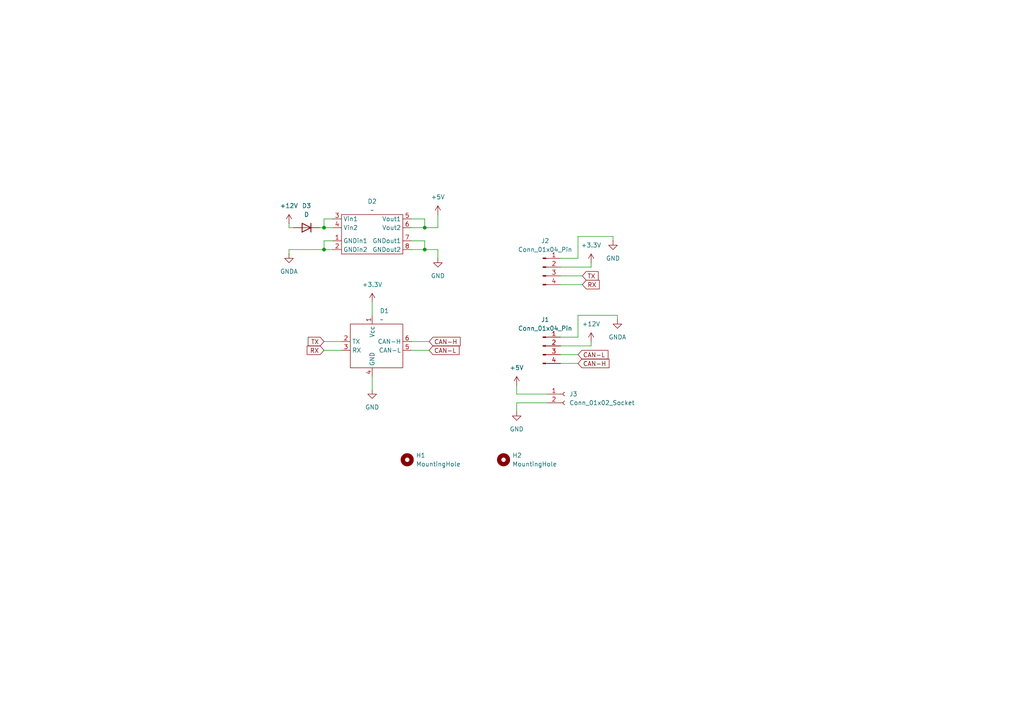
<source format=kicad_sch>
(kicad_sch (version 20231120) (generator "eeschema") (generator_version "8.0")
  (paper "A4")
  (lib_symbols
    (symbol "Connector:Conn_01x02_Socket" (pin_names (offset 1.016) hide)
      (property "Reference" "J" (at 0 2.54 0))
      (property "Value" "Conn_01x02_Socket" (at 0 -5.08 0))
      (symbol "Conn_01x02_Socket_1_1"
        (arc (start 0 -2.032) (mid -0.5058 -2.54) (end 0 -3.048) (stroke (width 0.1524)))
        (polyline (pts (xy -1.27 -2.54) (xy -0.508 -2.54)) (stroke (width 0.1524)))
        (polyline (pts (xy -1.27 0) (xy -0.508 0)) (stroke (width 0.1524)))
        (arc (start 0 0.508) (mid -0.5058 0) (end 0 -0.508) (stroke (width 0.1524)))
        (pin passive line (at -5.08 0 0) (length 3.81) (name "Pin_1") (number "1"))
        (pin passive line (at -5.08 -2.54 0) (length 3.81) (name "Pin_2") (number "2"))
      )
    )
    (symbol "Connector:Conn_01x04_Pin" (pin_names (offset 1.016) hide)
      (property "Reference" "J" (at 0 5.08 0))
      (property "Value" "Conn_01x04_Pin" (at 0 -7.62 0))
      (symbol "Conn_01x04_Pin_1_1"
        (polyline (pts (xy 1.27 -5.08) (xy 0.8636 -5.08)) (stroke (width 0.1524)))
        (polyline (pts (xy 1.27 -2.54) (xy 0.8636 -2.54)) (stroke (width 0.1524)))
        (polyline (pts (xy 1.27 0) (xy 0.8636 0)) (stroke (width 0.1524)))
        (polyline (pts (xy 1.27 2.54) (xy 0.8636 2.54)) (stroke (width 0.1524)))
        (rectangle (start 0.8636 -4.953) (end 0 -5.207) (stroke (width 0.1524)) (fill (type outline)))
        (rectangle (start 0.8636 -2.413) (end 0 -2.667) (stroke (width 0.1524)) (fill (type outline)))
        (rectangle (start 0.8636 0.127) (end 0 -0.127) (stroke (width 0.1524)) (fill (type outline)))
        (rectangle (start 0.8636 2.667) (end 0 2.413) (stroke (width 0.1524)) (fill (type outline)))
        (pin passive line (at 5.08 2.54 180) (length 3.81) (name "Pin_1") (number "1"))
        (pin passive line (at 5.08 0 180) (length 3.81) (name "Pin_2") (number "2"))
        (pin passive line (at 5.08 -2.54 180) (length 3.81) (name "Pin_3") (number "3"))
        (pin passive line (at 5.08 -5.08 180) (length 3.81) (name "Pin_4") (number "4"))
      )
    )
    (symbol "Converter_DCDC:mp1584"
      (property "Reference" "D2" (at 0 8.89 0))
      (property "Value" "~" (at 0 6.35 0))
      (symbol "mp1584_0_1"
        (rectangle (start -8.89 5.08) (end 8.89 -6.35))
      )
      (symbol "mp1584_1_1"
        (pin input line (at -11.43 -2.54 0) (length 2.54) (name "GNDin1") (number "1"))
        (pin input line (at -11.43 -5.08 0) (length 2.54) (name "GNDin2") (number "2"))
        (pin input line (at -11.43 3.81 0) (length 2.54) (name "Vin1") (number "3"))
        (pin input line (at -11.43 1.27 0) (length 2.54) (name "Vin2") (number "4"))
        (pin input line (at 11.43 3.81 180) (length 2.54) (name "Vout1") (number "5"))
        (pin input line (at 11.43 1.27 180) (length 2.54) (name "Vout2") (number "6"))
        (pin input line (at 11.43 -2.54 180) (length 2.54) (name "GNDout1") (number "7"))
        (pin input line (at 11.43 -5.08 180) (length 2.54) (name "GNDout2") (number "8"))
      )
    )
    (symbol "Device:D" (pin_numbers hide) (pin_names (offset 1.016) hide)
      (property "Reference" "D" (at 0 2.54 0))
      (property "Value" "D" (at 0 -2.54 0))
      (symbol "D_0_1"
        (polyline (pts (xy -1.27 1.27) (xy -1.27 -1.27)) (stroke (width 0.254)))
        (polyline (pts (xy 1.27 0) (xy -1.27 0)))
        (polyline (pts (xy 1.27 1.27) (xy 1.27 -1.27) (xy -1.27 0) (xy 1.27 1.27)) (stroke (width 0.254)))
      )
      (symbol "D_1_1"
        (pin passive line (at -3.81 0 0) (length 2.54) (name "K") (number "1"))
        (pin passive line (at 3.81 0 180) (length 2.54) (name "A") (number "2"))
      )
    )
    (symbol "Interface_CAN_LIN:TJA1050module"
      (property "Reference" "D" (at 0 0 0))
      (symbol "TJA1050module_0_1"
        (rectangle (start -6.35 6.35) (end 8.89 -6.35))
      )
      (symbol "TJA1050module_1_1"
        (pin input line (at 0 8.89 270) (length 2.54) (name "Vcc") (number "1"))
        (pin input line (at -8.89 1.27 0) (length 2.54) (name "TX") (number "2"))
        (pin input line (at -8.89 -1.27 0) (length 2.54) (name "RX") (number "3"))
        (pin input line (at 0 -8.89 90) (length 2.54) (name "GND") (number "4"))
        (pin input line (at 11.43 -1.27 180) (length 2.54) (name "CAN-L") (number "5"))
        (pin input line (at 11.43 1.27 180) (length 2.54) (name "CAN-H") (number "6"))
      )
    )
    (symbol "Mechanical:MountingHole" (pin_names (offset 1.016)) (exclude_from_sim yes) (in_bom no)
      (property "Reference" "H" (at 0 5.08 0))
      (property "Value" "MountingHole" (at 0 3.175 0))
      (symbol "MountingHole_0_1"
        (circle (center 0 0) (radius 1.27) (stroke (width 1.27)))
      )
    )
    (symbol "power:+12V" (power) (pin_numbers hide) (pin_names (offset 0) hide)
      (property "Value" "+12V" (at 0 3.556 0))
      (symbol "+12V_0_1"
        (polyline (pts (xy -0.762 1.27) (xy 0 2.54)))
        (polyline (pts (xy 0 0) (xy 0 2.54)))
        (polyline (pts (xy 0 2.54) (xy 0.762 1.27)))
      )
      (symbol "+12V_1_1"
        (pin power_in line (at 0 0 90) (length 0) (name "~") (number "1"))
      )
    )
    (symbol "power:+3.3V" (power) (pin_numbers hide) (pin_names (offset 0) hide)
      (property "Value" "+3.3V" (at 0 3.556 0))
      (symbol "+3.3V_0_1"
        (polyline (pts (xy -0.762 1.27) (xy 0 2.54)))
        (polyline (pts (xy 0 0) (xy 0 2.54)))
        (polyline (pts (xy 0 2.54) (xy 0.762 1.27)))
      )
      (symbol "+3.3V_1_1"
        (pin power_in line (at 0 0 90) (length 0) (name "~") (number "1"))
      )
    )
    (symbol "power:+5V" (power) (pin_numbers hide) (pin_names (offset 0) hide)
      (property "Value" "+5V" (at 0 3.556 0))
      (symbol "+5V_0_1"
        (polyline (pts (xy -0.762 1.27) (xy 0 2.54)))
        (polyline (pts (xy 0 0) (xy 0 2.54)))
        (polyline (pts (xy 0 2.54) (xy 0.762 1.27)))
      )
      (symbol "+5V_1_1"
        (pin power_in line (at 0 0 90) (length 0) (name "~") (number "1"))
      )
    )
    (symbol "power:GND" (power) (pin_numbers hide) (pin_names (offset 0) hide)
      (property "Value" "GND" (at 0 -3.81 0))
      (symbol "GND_0_1"
        (polyline (pts (xy 0 0) (xy 0 -1.27) (xy 1.27 -1.27) (xy 0 -2.54) (xy -1.27 -1.27) (xy 0 -1.27)))
      )
      (symbol "GND_1_1"
        (pin power_in line (at 0 0 270) (length 0) (name "~") (number "1"))
      )
    )
    (symbol "power:GNDA" (power) (pin_numbers hide) (pin_names (offset 0) hide)
      (property "Value" "GNDA" (at 0 -3.81 0))
      (symbol "GNDA_0_1"
        (polyline (pts (xy 0 0) (xy 0 -1.27) (xy 1.27 -1.27) (xy 0 -2.54) (xy -1.27 -1.27) (xy 0 -1.27)))
      )
      (symbol "GNDA_1_1"
        (pin power_in line (at 0 0 270) (length 0) (name "~") (number "1"))
      )
    )
  )
  (junction (at 123.19 72.39))
  (junction (at 93.98 66.04))
  (junction (at 93.98 72.39))
  (junction (at 123.19 66.04))
  (wire (pts (xy 167.64 97.79) (xy 167.64 91.44)))
  (wire (pts (xy 171.45 99.06) (xy 171.45 100.33)))
  (wire (pts (xy 119.38 101.6) (xy 124.46 101.6)))
  (wire (pts (xy 158.75 114.3) (xy 149.86 114.3)))
  (wire (pts (xy 123.19 72.39) (xy 127 72.39)))
  (wire (pts (xy 119.38 66.04) (xy 123.19 66.04)))
  (wire (pts (xy 177.8 68.58) (xy 177.8 69.85)))
  (wire (pts (xy 162.56 105.41) (xy 167.64 105.41)))
  (wire (pts (xy 127 62.23) (xy 127 66.04)))
  (wire (pts (xy 162.56 102.87) (xy 167.64 102.87)))
  (wire (pts (xy 149.86 116.84) (xy 158.75 116.84)))
  (wire (pts (xy 167.64 68.58) (xy 177.8 68.58)))
  (wire (pts (xy 127 72.39) (xy 127 74.93)))
  (wire (pts (xy 162.56 97.79) (xy 167.64 97.79)))
  (wire (pts (xy 96.52 69.85) (xy 93.98 69.85)))
  (wire (pts (xy 93.98 66.04) (xy 96.52 66.04)))
  (wire (pts (xy 162.56 74.93) (xy 167.64 74.93)))
  (wire (pts (xy 179.07 91.44) (xy 179.07 92.71)))
  (wire (pts (xy 83.82 72.39) (xy 83.82 73.66)))
  (wire (pts (xy 171.45 76.2) (xy 171.45 77.47)))
  (wire (pts (xy 149.86 114.3) (xy 149.86 111.76)))
  (wire (pts (xy 107.95 87.63) (xy 107.95 91.44)))
  (wire (pts (xy 167.64 91.44) (xy 179.07 91.44)))
  (wire (pts (xy 162.56 77.47) (xy 171.45 77.47)))
  (wire (pts (xy 162.56 80.01) (xy 168.91 80.01)))
  (wire (pts (xy 83.82 66.04) (xy 85.09 66.04)))
  (wire (pts (xy 92.71 66.04) (xy 93.98 66.04)))
  (wire (pts (xy 119.38 63.5) (xy 123.19 63.5)))
  (wire (pts (xy 119.38 69.85) (xy 123.19 69.85)))
  (wire (pts (xy 162.56 100.33) (xy 171.45 100.33)))
  (wire (pts (xy 149.86 119.38) (xy 149.86 116.84)))
  (wire (pts (xy 107.95 109.22) (xy 107.95 113.03)))
  (wire (pts (xy 93.98 72.39) (xy 83.82 72.39)))
  (wire (pts (xy 119.38 72.39) (xy 123.19 72.39)))
  (wire (pts (xy 93.98 69.85) (xy 93.98 72.39)))
  (wire (pts (xy 93.98 99.06) (xy 99.06 99.06)))
  (wire (pts (xy 123.19 66.04) (xy 127 66.04)))
  (wire (pts (xy 119.38 99.06) (xy 124.46 99.06)))
  (wire (pts (xy 83.82 64.77) (xy 83.82 66.04)))
  (wire (pts (xy 162.56 82.55) (xy 168.91 82.55)))
  (wire (pts (xy 167.64 74.93) (xy 167.64 68.58)))
  (wire (pts (xy 123.19 63.5) (xy 123.19 66.04)))
  (wire (pts (xy 96.52 63.5) (xy 93.98 63.5)))
  (wire (pts (xy 93.98 101.6) (xy 99.06 101.6)))
  (wire (pts (xy 123.19 69.85) (xy 123.19 72.39)))
  (wire (pts (xy 93.98 63.5) (xy 93.98 66.04)))
  (wire (pts (xy 96.52 72.39) (xy 93.98 72.39)))
  (global_label "RX" (shape input) (at 93.98 101.6 180) (property "Intersheetrefs" "${INTERSHEET_REFS}" (effects (hide yes))))
  (global_label "TX" (shape input) (at 168.91 80.01 0) (property "Intersheetrefs" "${INTERSHEET_REFS}" (effects (hide yes))))
  (global_label "RX" (shape input) (at 168.91 82.55 0) (property "Intersheetrefs" "${INTERSHEET_REFS}" (effects (hide yes))))
  (global_label "CAN-H" (shape input) (at 167.64 105.41 0) (property "Intersheetrefs" "${INTERSHEET_REFS}" (effects (hide yes))))
  (global_label "CAN-L" (shape input) (at 167.64 102.87 0) (property "Intersheetrefs" "${INTERSHEET_REFS}" (effects (hide yes))))
  (global_label "CAN-L" (shape input) (at 124.46 101.6 0) (property "Intersheetrefs" "${INTERSHEET_REFS}" (effects (hide yes))))
  (global_label "CAN-H" (shape input) (at 124.46 99.06 0) (property "Intersheetrefs" "${INTERSHEET_REFS}" (effects (hide yes))))
  (global_label "TX" (shape input) (at 93.98 99.06 180) (property "Intersheetrefs" "${INTERSHEET_REFS}" (effects (hide yes))))
  (symbol (lib_id "power:+3.3V") (at 107.95 87.63 0) (unit 1)
    (property "Reference" "#PWR06" (effects (hide yes)))
    (property "Value" "+3.3V" (at 107.95 82.55 0))
    (property "Description" "Power symbol creates a global label with name \"+3.3V\"" (effects (hide yes)))
  )
  (symbol (lib_id "power:+12V") (at 83.82 64.77 0) (unit 1)
    (property "Reference" "#PWR05" (effects (hide yes)))
    (property "Value" "+12V" (at 83.82 59.69 0))
    (property "Description" "Power symbol creates a global label with name \"+12V\"" (effects (hide yes)))
  )
  (symbol (lib_id "Connector:Conn_01x02_Socket") (at 163.83 114.3 0) (unit 1)
    (property "Reference" "J3" (at 165.1 114.2999 0) (effects (justify left)))
    (property "Value" "Conn_01x02_Socket" (at 165.1 116.8399 0) (effects (justify left)))
    (property "Footprint" "Connector_Wire:wire-2-2.54" (effects (hide yes)))
    (property "Description" "Generic connector, single row, 01x02, script generated" (effects (hide yes)))
  )
  (symbol (lib_id "power:GNDA") (at 179.07 92.71 0) (unit 1)
    (property "Reference" "#PWR08" (effects (hide yes)))
    (property "Value" "GNDA" (at 179.07 97.79 0))
    (property "Description" "Power symbol creates a global label with name \"GNDA\" , analog ground" (effects (hide yes)))
  )
  (symbol (lib_id "Mechanical:MountingHole") (at 146.05 133.35 0) (unit 1) (exclude_from_sim yes) (in_bom no)
    (property "Reference" "H2" (at 148.59 132.0799 0) (effects (justify left)))
    (property "Value" "MountingHole" (at 148.59 134.6199 0) (effects (justify left)))
    (property "Footprint" "MountingHole:MountingHole_2.2mm_M2_DIN965" (effects (hide yes)))
    (property "Description" "Mounting Hole without connection" (effects (hide yes)))
  )
  (symbol (lib_id "power:GND") (at 127 74.93 0) (unit 1)
    (property "Reference" "#PWR02" (effects (hide yes)))
    (property "Value" "GND" (at 127 80.01 0))
    (property "Description" "Power symbol creates a global label with name \"GND\" , ground" (effects (hide yes)))
  )
  (symbol (lib_id "Converter_DCDC:mp1584") (at 107.95 67.31 0) (unit 1)
    (property "Reference" "D2" (at 107.95 58.42 0))
    (property "Value" "~" (at 107.95 60.96 0))
    (property "Footprint" "Module:mp1584" (effects (hide yes)))
  )
  (symbol (lib_id "power:GND") (at 149.86 119.38 0) (unit 1)
    (property "Reference" "#PWR012" (effects (hide yes)))
    (property "Value" "GND" (at 149.86 124.46 0))
    (property "Description" "Power symbol creates a global label with name \"GND\" , ground" (effects (hide yes)))
  )
  (symbol (lib_id "Connector:Conn_01x04_Pin") (at 157.48 77.47 0) (unit 1)
    (property "Reference" "J2" (at 158.115 69.85 0))
    (property "Value" "Conn_01x04_Pin" (at 158.115 72.39 0))
    (property "Footprint" "Connector_Wire:wire-4-2.54" (effects (hide yes)))
    (property "Description" "Generic connector, single row, 01x04, script generated" (effects (hide yes)))
  )
  (symbol (lib_id "power:+5V") (at 127 62.23 0) (unit 1)
    (property "Reference" "#PWR01" (effects (hide yes)))
    (property "Value" "+5V" (at 127 57.15 0))
    (property "Description" "Power symbol creates a global label with name \"+5V\"" (effects (hide yes)))
  )
  (symbol (lib_id "Mechanical:MountingHole") (at 118.11 133.35 0) (unit 1) (exclude_from_sim yes) (in_bom no)
    (property "Reference" "H1" (at 120.65 132.0799 0) (effects (justify left)))
    (property "Value" "MountingHole" (at 120.65 134.6199 0) (effects (justify left)))
    (property "Footprint" "MountingHole:MountingHole_2.2mm_M2_DIN965" (effects (hide yes)))
    (property "Description" "Mounting Hole without connection" (effects (hide yes)))
  )
  (symbol (lib_id "power:GND") (at 107.95 113.03 0) (unit 1)
    (property "Reference" "#PWR03" (effects (hide yes)))
    (property "Value" "GND" (at 107.95 118.11 0))
    (property "Description" "Power symbol creates a global label with name \"GND\" , ground" (effects (hide yes)))
  )
  (symbol (lib_id "power:+3.3V") (at 171.45 76.2 0) (unit 1)
    (property "Reference" "#PWR010" (effects (hide yes)))
    (property "Value" "+3.3V" (at 171.45 71.12 0))
    (property "Description" "Power symbol creates a global label with name \"+3.3V\"" (effects (hide yes)))
  )
  (symbol (lib_id "power:GNDA") (at 83.82 73.66 0) (unit 1)
    (property "Reference" "#PWR04" (effects (hide yes)))
    (property "Value" "GNDA" (at 83.82 78.74 0))
    (property "Description" "Power symbol creates a global label with name \"GNDA\" , analog ground" (effects (hide yes)))
  )
  (symbol (lib_id "power:+5V") (at 149.86 111.76 0) (unit 1)
    (property "Reference" "#PWR011" (effects (hide yes)))
    (property "Value" "+5V" (at 149.86 106.68 0))
    (property "Description" "Power symbol creates a global label with name \"+5V\"" (effects (hide yes)))
  )
  (symbol (lib_id "Device:D") (at 88.9 66.04 180) (unit 1)
    (property "Reference" "D3" (at 88.9 59.69 0))
    (property "Value" "D" (at 88.9 62.23 0))
    (property "Footprint" "Diode_SMD:D_SMB_Handsoldering" (effects (hide yes)))
    (property "Description" "Diode" (effects (hide yes)))
    (property "Sim.Device" "D" (effects (hide yes)))
    (property "Sim.Pins" "1=K 2=A" (effects (hide yes)))
  )
  (symbol (lib_id "power:+12V") (at 171.45 99.06 0) (unit 1)
    (property "Reference" "#PWR07" (effects (hide yes)))
    (property "Value" "+12V" (at 171.45 93.98 0))
    (property "Description" "Power symbol creates a global label with name \"+12V\"" (effects (hide yes)))
  )
  (symbol (lib_id "Connector:Conn_01x04_Pin") (at 157.48 100.33 0) (unit 1)
    (property "Reference" "J1" (at 158.115 92.71 0))
    (property "Value" "Conn_01x04_Pin" (at 158.115 95.25 0))
    (property "Footprint" "Connector_JST:JST_EH_B4B-EH-A_1x04_P2.50mm_Vertical" (effects (hide yes)))
    (property "Description" "Generic connector, single row, 01x04, script generated" (effects (hide yes)))
  )
  (symbol (lib_id "power:GND") (at 177.8 69.85 0) (unit 1)
    (property "Reference" "#PWR09" (effects (hide yes)))
    (property "Value" "GND" (at 177.8 74.93 0))
    (property "Description" "Power symbol creates a global label with name \"GND\" , ground" (effects (hide yes)))
  )
  (symbol (lib_id "Interface_CAN_LIN:TJA1050module") (at 107.95 100.33 0) (unit 1)
    (property "Reference" "D1" (at 110.1441 90.17 0) (effects (justify left)))
    (property "Value" "~" (at 110.1441 92.71 0) (effects (justify left)))
    (property "Footprint" "Module:TJA1050Module" (effects (hide yes)))
  )
)
</source>
